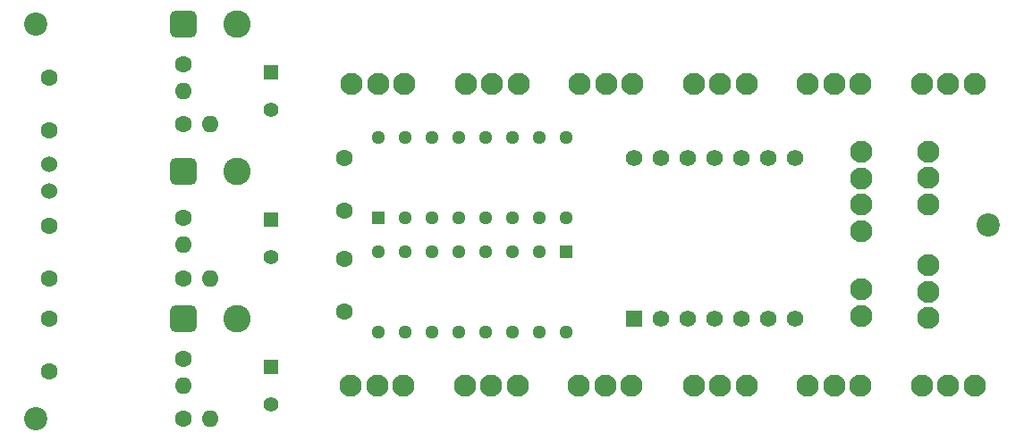
<source format=gbs>
%TF.GenerationSoftware,KiCad,Pcbnew,7.0.10*%
%TF.CreationDate,2024-10-31T16:27:30-04:00*%
%TF.ProjectId,SDP25_MainPCB,53445032-355f-44d6-9169-6e5043422e6b,rev?*%
%TF.SameCoordinates,Original*%
%TF.FileFunction,Soldermask,Bot*%
%TF.FilePolarity,Negative*%
%FSLAX46Y46*%
G04 Gerber Fmt 4.6, Leading zero omitted, Abs format (unit mm)*
G04 Created by KiCad (PCBNEW 7.0.10) date 2024-10-31 16:27:30*
%MOMM*%
%LPD*%
G01*
G04 APERTURE LIST*
G04 Aperture macros list*
%AMRoundRect*
0 Rectangle with rounded corners*
0 $1 Rounding radius*
0 $2 $3 $4 $5 $6 $7 $8 $9 X,Y pos of 4 corners*
0 Add a 4 corners polygon primitive as box body*
4,1,4,$2,$3,$4,$5,$6,$7,$8,$9,$2,$3,0*
0 Add four circle primitives for the rounded corners*
1,1,$1+$1,$2,$3*
1,1,$1+$1,$4,$5*
1,1,$1+$1,$6,$7*
1,1,$1+$1,$8,$9*
0 Add four rect primitives between the rounded corners*
20,1,$1+$1,$2,$3,$4,$5,0*
20,1,$1+$1,$4,$5,$6,$7,0*
20,1,$1+$1,$6,$7,$8,$9,0*
20,1,$1+$1,$8,$9,$2,$3,0*%
G04 Aperture macros list end*
%ADD10C,2.100000*%
%ADD11C,1.600000*%
%ADD12O,1.600000X1.600000*%
%ADD13RoundRect,0.650000X-0.650000X-0.650000X0.650000X-0.650000X0.650000X0.650000X-0.650000X0.650000X0*%
%ADD14C,2.600000*%
%ADD15R,1.422400X1.422400*%
%ADD16C,1.422400*%
%ADD17C,2.200000*%
%ADD18R,1.295400X1.295400*%
%ADD19C,1.295400*%
%ADD20RoundRect,0.102000X0.679000X-0.679000X0.679000X0.679000X-0.679000X0.679000X-0.679000X-0.679000X0*%
%ADD21C,1.562000*%
%ADD22C,1.524000*%
G04 APERTURE END LIST*
D10*
%TO.C,J9*%
X128905000Y-51515000D03*
X128905000Y-54015000D03*
X128905000Y-56515000D03*
X128905000Y-59015000D03*
%TD*%
%TO.C,J15*%
X134660000Y-73665000D03*
X137160000Y-73665000D03*
X139660000Y-73665000D03*
%TD*%
D11*
%TO.C,R2*%
X64770000Y-43180000D03*
D12*
X64770000Y-45720000D03*
%TD*%
D11*
%TO.C,R3*%
X64770000Y-76835000D03*
D12*
X67310000Y-76835000D03*
%TD*%
D13*
%TO.C,TP1*%
X64770000Y-53340000D03*
D14*
X69850000Y-53340000D03*
%TD*%
D15*
%TO.C,C6*%
X73025000Y-57969150D03*
D16*
X73025000Y-61474350D03*
%TD*%
D11*
%TO.C,C3*%
X80010000Y-66635000D03*
X80010000Y-61635000D03*
%TD*%
D10*
%TO.C,J12*%
X102195000Y-73665000D03*
X104695000Y-73665000D03*
X107195000Y-73665000D03*
%TD*%
D17*
%TO.C,REF\u002A\u002A*%
X50800000Y-39370000D03*
%TD*%
D11*
%TO.C,C7*%
X52070000Y-44490000D03*
X52070000Y-49490000D03*
%TD*%
%TO.C,C5*%
X52070000Y-58500000D03*
X52070000Y-63500000D03*
%TD*%
D10*
%TO.C,J2*%
X135260000Y-56475000D03*
X135260000Y-53975000D03*
X135260000Y-51475000D03*
%TD*%
D11*
%TO.C,R6*%
X64770000Y-57785000D03*
D12*
X64770000Y-60325000D03*
%TD*%
D10*
%TO.C,J10*%
X80605000Y-73665000D03*
X83105000Y-73665000D03*
X85605000Y-73665000D03*
%TD*%
D13*
%TO.C,TP2*%
X64770000Y-39370000D03*
D14*
X69850000Y-39370000D03*
%TD*%
D17*
%TO.C,REF\u002A\u002A*%
X50800000Y-76835000D03*
%TD*%
D10*
%TO.C,J5*%
X118070000Y-45085000D03*
X115570000Y-45085000D03*
X113070000Y-45085000D03*
%TD*%
D13*
%TO.C,TP3*%
X64770000Y-67310000D03*
D14*
X69850000Y-67310000D03*
%TD*%
D10*
%TO.C,J17*%
X128900000Y-64540000D03*
X128900000Y-67040000D03*
%TD*%
D18*
%TO.C,U1*%
X83185000Y-57785000D03*
D19*
X85725000Y-57785000D03*
X88265000Y-57785000D03*
X90805000Y-57785000D03*
X93345000Y-57785000D03*
X95885000Y-57785000D03*
X98425000Y-57785000D03*
X100965000Y-57785000D03*
X100965000Y-50165000D03*
X98425000Y-50165000D03*
X95885000Y-50165000D03*
X93345000Y-50165000D03*
X90805000Y-50165000D03*
X88265000Y-50165000D03*
X85725000Y-50165000D03*
X83185000Y-50165000D03*
%TD*%
D10*
%TO.C,J13*%
X113070000Y-73665000D03*
X115570000Y-73665000D03*
X118070000Y-73665000D03*
%TD*%
%TO.C,J16*%
X135250000Y-62270000D03*
X135250000Y-64770000D03*
X135250000Y-67270000D03*
%TD*%
D18*
%TO.C,U2*%
X100965000Y-60960000D03*
D19*
X98425000Y-60960000D03*
X95885000Y-60960000D03*
X93345000Y-60960000D03*
X90805000Y-60960000D03*
X88265000Y-60960000D03*
X85725000Y-60960000D03*
X83185000Y-60960000D03*
X83185000Y-68580000D03*
X85725000Y-68580000D03*
X88265000Y-68580000D03*
X90805000Y-68580000D03*
X93345000Y-68580000D03*
X95885000Y-68580000D03*
X98425000Y-68580000D03*
X100965000Y-68580000D03*
%TD*%
D15*
%TO.C,C1*%
X73025000Y-43999150D03*
D16*
X73025000Y-47504350D03*
%TD*%
D15*
%TO.C,C2*%
X73025000Y-71939150D03*
D16*
X73025000Y-75444350D03*
%TD*%
D10*
%TO.C,J4*%
X128865000Y-45085000D03*
X126365000Y-45085000D03*
X123865000Y-45085000D03*
%TD*%
D17*
%TO.C,REF\u002A\u002A*%
X140970000Y-58420000D03*
%TD*%
D10*
%TO.C,J11*%
X91400000Y-73665000D03*
X93900000Y-73665000D03*
X96400000Y-73665000D03*
%TD*%
D11*
%TO.C,C8*%
X52070000Y-67350000D03*
X52070000Y-72350000D03*
%TD*%
D10*
%TO.C,J14*%
X123865000Y-73665000D03*
X126365000Y-73665000D03*
X128865000Y-73665000D03*
%TD*%
%TO.C,J7*%
X96480000Y-45085000D03*
X93980000Y-45085000D03*
X91480000Y-45085000D03*
%TD*%
%TO.C,J6*%
X107275000Y-45085000D03*
X104775000Y-45085000D03*
X102275000Y-45085000D03*
%TD*%
D11*
%TO.C,C4*%
X80010000Y-52110000D03*
X80010000Y-57110000D03*
%TD*%
D20*
%TO.C,U3*%
X107378500Y-67310000D03*
D21*
X109918500Y-67310000D03*
X112458500Y-67310000D03*
X114998500Y-67310000D03*
X117538500Y-67310000D03*
X120078500Y-67310000D03*
X122618500Y-67310000D03*
X122618500Y-52070000D03*
X120078500Y-52070000D03*
X117538500Y-52070000D03*
X114998500Y-52070000D03*
X112458500Y-52070000D03*
X109918500Y-52070000D03*
X107378500Y-52070000D03*
%TD*%
D11*
%TO.C,R1*%
X64770000Y-48895000D03*
D12*
X67310000Y-48895000D03*
%TD*%
D11*
%TO.C,R5*%
X64770000Y-63500000D03*
D12*
X67310000Y-63500000D03*
%TD*%
D10*
%TO.C,J8*%
X85685000Y-45085000D03*
X83185000Y-45085000D03*
X80685000Y-45085000D03*
%TD*%
%TO.C,J3*%
X139660000Y-45085000D03*
X137160000Y-45085000D03*
X134660000Y-45085000D03*
%TD*%
D22*
%TO.C,J1*%
X52070000Y-52705000D03*
X52050000Y-55245000D03*
%TD*%
D11*
%TO.C,R4*%
X64770000Y-71120000D03*
D12*
X64770000Y-73660000D03*
%TD*%
M02*

</source>
